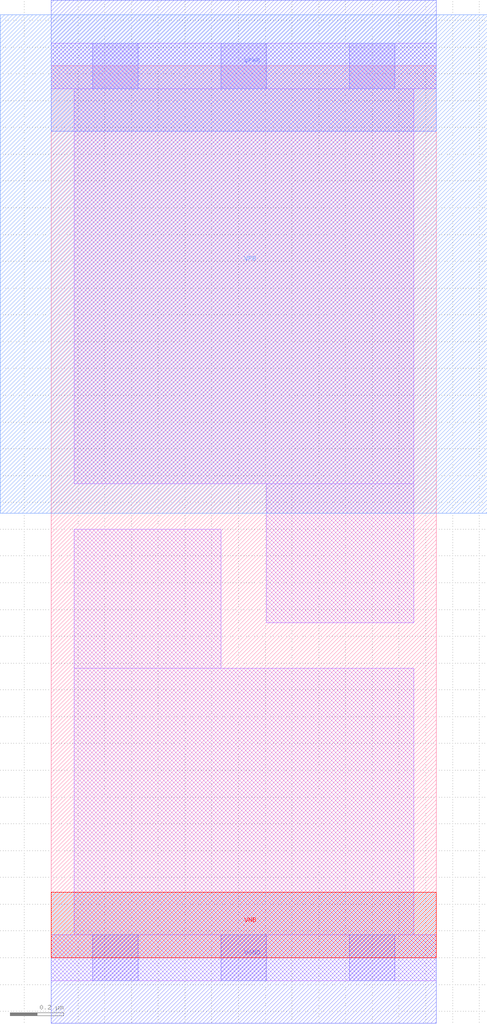
<source format=lef>
# Copyright 2020 The SkyWater PDK Authors
#
# Licensed under the Apache License, Version 2.0 (the "License");
# you may not use this file except in compliance with the License.
# You may obtain a copy of the License at
#
#     https://www.apache.org/licenses/LICENSE-2.0
#
# Unless required by applicable law or agreed to in writing, software
# distributed under the License is distributed on an "AS IS" BASIS,
# WITHOUT WARRANTIES OR CONDITIONS OF ANY KIND, either express or implied.
# See the License for the specific language governing permissions and
# limitations under the License.
#
# SPDX-License-Identifier: Apache-2.0

VERSION 5.7 ;
  NOWIREEXTENSIONATPIN ON ;
  DIVIDERCHAR "/" ;
  BUSBITCHARS "[]" ;
MACRO sky130_fd_sc_ls__decaphe_3
  CLASS CORE ;
  FOREIGN sky130_fd_sc_ls__decaphe_3 ;
  ORIGIN  0.000000  0.000000 ;
  SIZE  1.440000 BY  3.330000 ;
  SYMMETRY X Y R90 ;
  SITE unit ;
  PIN VGND
    DIRECTION INOUT ;
    SHAPE ABUTMENT ;
    USE GROUND ;
    PORT
      LAYER met1 ;
        RECT 0.000000 -0.245000 1.440000 0.245000 ;
    END
  END VGND
  PIN VNB
    DIRECTION INOUT ;
    USE GROUND ;
    PORT
      LAYER pwell ;
        RECT 0.000000 0.000000 1.440000 0.245000 ;
    END
  END VNB
  PIN VPB
    DIRECTION INOUT ;
    USE POWER ;
    PORT
      LAYER nwell ;
        RECT -0.190000 1.660000 1.630000 3.520000 ;
    END
  END VPB
  PIN VPWR
    DIRECTION INOUT ;
    SHAPE ABUTMENT ;
    USE POWER ;
    PORT
      LAYER met1 ;
        RECT 0.000000 3.085000 1.440000 3.575000 ;
    END
  END VPWR
  OBS
    LAYER li1 ;
      RECT 0.000000 -0.085000 1.440000 0.085000 ;
      RECT 0.000000  3.245000 1.440000 3.415000 ;
      RECT 0.085000  0.085000 1.355000 1.080000 ;
      RECT 0.085000  1.080000 0.635000 1.600000 ;
      RECT 0.085000  1.770000 1.355000 3.245000 ;
      RECT 0.805000  1.250000 1.355000 1.770000 ;
    LAYER mcon ;
      RECT 0.155000 -0.085000 0.325000 0.085000 ;
      RECT 0.155000  3.245000 0.325000 3.415000 ;
      RECT 0.635000 -0.085000 0.805000 0.085000 ;
      RECT 0.635000  3.245000 0.805000 3.415000 ;
      RECT 1.115000 -0.085000 1.285000 0.085000 ;
      RECT 1.115000  3.245000 1.285000 3.415000 ;
  END
END sky130_fd_sc_ls__decaphe_3
END LIBRARY

</source>
